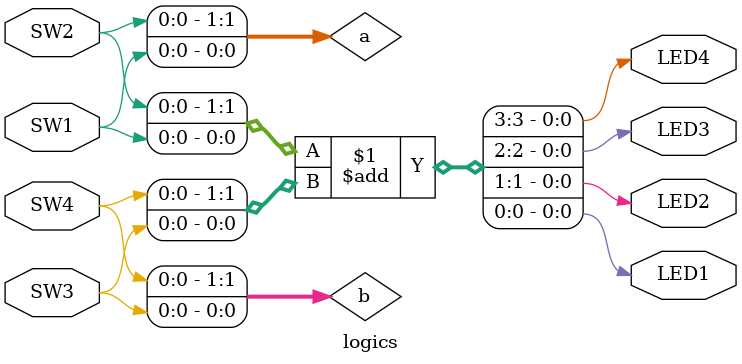
<source format=v>
`default_nettype wire
module logics(
    input wire  SW1,
    input wire  SW2,
    input wire  SW3,
    input wire  SW4,
    output wire LED1,
    output wire LED2,
    output wire LED3,
    output wire LED4
);

    /* Logic for a 2 bit full adder */
    wire [1:0] a = {SW2, SW1};
    wire [1:0] b = {SW4, SW3};

    assign {LED4, LED3, LED2, LED1} = a + b;

endmodule

</source>
